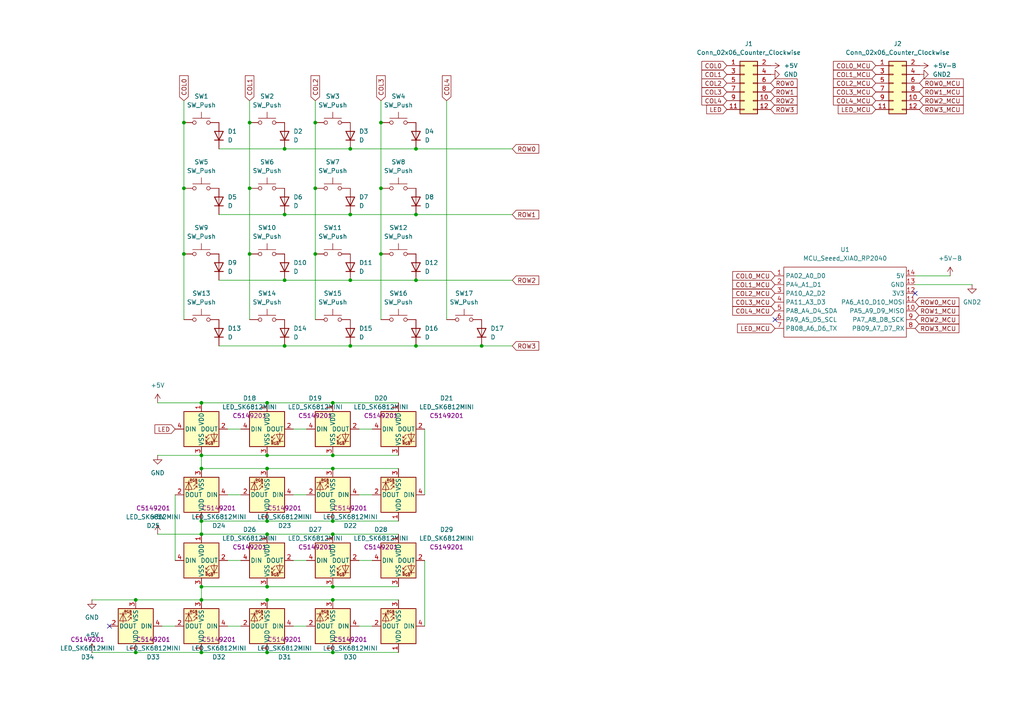
<source format=kicad_sch>
(kicad_sch (version 20250114) (generator "eeschema") (generator_version "9.0")
  (paper "A4")
  (lib_symbols
    (symbol "Connector_Generic:Conn_02x06_Odd_Even" (pin_names (offset 1.016) (hide yes))
      (property "Reference" "J" (at 1.27 7.62 0))
      (property "Value" "Conn_02x06_Odd_Even" (at 1.27 -10.16 0))
      (symbol "Conn_02x06_Odd_Even_1_1"
        (rectangle (start -1.27 6.35) (end 3.81 -8.89) (stroke (width 0.254)) (fill (type background)))
        (rectangle (start -1.27 5.207) (end 0 4.953) (stroke (width 0.1524)))
        (rectangle (start -1.27 2.667) (end 0 2.413) (stroke (width 0.1524)))
        (rectangle (start -1.27 0.127) (end 0 -0.127) (stroke (width 0.1524)))
        (rectangle (start -1.27 -2.413) (end 0 -2.667) (stroke (width 0.1524)))
        (rectangle (start -1.27 -4.953) (end 0 -5.207) (stroke (width 0.1524)))
        (rectangle (start -1.27 -7.493) (end 0 -7.747) (stroke (width 0.1524)))
        (rectangle (start 3.81 5.207) (end 2.54 4.953) (stroke (width 0.1524)))
        (rectangle (start 3.81 2.667) (end 2.54 2.413) (stroke (width 0.1524)))
        (rectangle (start 3.81 0.127) (end 2.54 -0.127) (stroke (width 0.1524)))
        (rectangle (start 3.81 -2.413) (end 2.54 -2.667) (stroke (width 0.1524)))
        (rectangle (start 3.81 -4.953) (end 2.54 -5.207) (stroke (width 0.1524)))
        (rectangle (start 3.81 -7.493) (end 2.54 -7.747) (stroke (width 0.1524)))
        (pin passive line (at -5.08 5.08 0) (length 3.81) (name "Pin_1") (number "1"))
        (pin passive line (at -5.08 2.54 0) (length 3.81) (name "Pin_3") (number "3"))
        (pin passive line (at -5.08 0 0) (length 3.81) (name "Pin_5") (number "5"))
        (pin passive line (at -5.08 -2.54 0) (length 3.81) (name "Pin_7") (number "7"))
        (pin passive line (at -5.08 -5.08 0) (length 3.81) (name "Pin_9") (number "9"))
        (pin passive line (at -5.08 -7.62 0) (length 3.81) (name "Pin_11") (number "11"))
        (pin passive line (at 7.62 5.08 180) (length 3.81) (name "Pin_2") (number "2"))
        (pin passive line (at 7.62 2.54 180) (length 3.81) (name "Pin_4") (number "4"))
        (pin passive line (at 7.62 0 180) (length 3.81) (name "Pin_6") (number "6"))
        (pin passive line (at 7.62 -2.54 180) (length 3.81) (name "Pin_8") (number "8"))
        (pin passive line (at 7.62 -5.08 180) (length 3.81) (name "Pin_10") (number "10"))
        (pin passive line (at 7.62 -7.62 180) (length 3.81) (name "Pin_12") (number "12"))
      )
    )
    (symbol "Device:D" (pin_numbers (hide yes)) (pin_names (offset 1.016) (hide yes))
      (property "Reference" "D" (at 0 2.54 0))
      (property "Value" "D" (at 0 -2.54 0))
      (symbol "D_0_1"
        (polyline (pts (xy -1.27 1.27) (xy -1.27 -1.27)) (stroke (width 0.254)))
        (polyline (pts (xy 1.27 1.27) (xy 1.27 -1.27) (xy -1.27 0) (xy 1.27 1.27)) (stroke (width 0.254)))
        (polyline (pts (xy 1.27 0) (xy -1.27 0)))
      )
      (symbol "D_1_1"
        (pin passive line (at -3.81 0 0) (length 2.54) (name "K") (number "1"))
        (pin passive line (at 3.81 0 180) (length 2.54) (name "A") (number "2"))
      )
    )
    (symbol "ScottoKeebs:LED_SK6812MINI" (pin_names (offset 0.254))
      (property "Reference" "D" (at 2.032 5.588 0))
      (property "Value" "LED_SK6812MINI" (at 1.27 -5.715 0))
      (property "LCSC" "C5149201" (at 0 0 0))
      (symbol "LED_SK6812MINI_0_0"
        (text "RGB" (at 2.286 -4.191 0) (effects (font (size 0.762 0.762))))
      )
      (symbol "LED_SK6812MINI_0_1"
        (rectangle (start -5.08 5.08) (end 5.08 -5.08) (stroke (width 0.254)) (fill (type background)))
        (polyline (pts (xy 1.27 -2.54) (xy 1.778 -2.54)))
        (polyline (pts (xy 1.27 -3.556) (xy 1.778 -3.556)))
        (polyline (pts (xy 2.286 -1.524) (xy 1.27 -2.54) (xy 1.27 -2.032)))
        (polyline (pts (xy 2.286 -2.54) (xy 1.27 -3.556) (xy 1.27 -3.048)))
        (polyline (pts (xy 3.683 -1.016) (xy 3.683 -3.556) (xy 3.683 -4.064)))
        (polyline (pts (xy 4.699 -1.524) (xy 2.667 -1.524) (xy 3.683 -3.556) (xy 4.699 -1.524)))
        (polyline (pts (xy 4.699 -3.556) (xy 2.667 -3.556)))
      )
      (symbol "LED_SK6812MINI_1_1"
        (pin input line (at -7.62 0 0) (length 2.54) (name "DIN") (number "4"))
        (pin power_in line (at 0 7.62 270) (length 2.54) (name "VDD") (number "1"))
        (pin power_in line (at 0 -7.62 90) (length 2.54) (name "VSS") (number "3"))
        (pin output line (at 7.62 0 180) (length 2.54) (name "DOUT") (number "2"))
      )
    )
    (symbol "ScottoKeebs:MCU_Seeed_XIAO_RP2040"
      (property "Reference" "U" (at -16.51 11.43 0))
      (property "Value" "MCU_Seeed_XIAO_RP2040" (at -3.81 -11.43 0))
      (symbol "MCU_Seeed_XIAO_RP2040_0_1"
        (rectangle (start -16.51 10.16) (end 19.05 -10.16))
      )
      (symbol "MCU_Seeed_XIAO_RP2040_1_1"
        (pin passive line (at -19.05 7.62 0) (length 2.54) (name "PA02_A0_D0") (number "1"))
        (pin passive line (at -19.05 5.08 0) (length 2.54) (name "PA4_A1_D1") (number "2"))
        (pin passive line (at -19.05 2.54 0) (length 2.54) (name "PA10_A2_D2") (number "3"))
        (pin passive line (at -19.05 0 0) (length 2.54) (name "PA11_A3_D3") (number "4"))
        (pin passive line (at -19.05 -2.54 0) (length 2.54) (name "PA8_A4_D4_SDA") (number "5"))
        (pin passive line (at -19.05 -5.08 0) (length 2.54) (name "PA9_A5_D5_SCL") (number "6"))
        (pin passive line (at -19.05 -7.62 0) (length 2.54) (name "PB08_A6_D6_TX") (number "7"))
        (pin passive line (at 21.59 7.62 180) (length 2.54) (name "5V") (number "14"))
        (pin passive line (at 21.59 5.08 180) (length 2.54) (name "GND") (number "13"))
        (pin passive line (at 21.59 2.54 180) (length 2.54) (name "3V3") (number "12"))
        (pin passive line (at 21.59 0 180) (length 2.54) (name "PA6_A10_D10_MOSI") (number "11"))
        (pin passive line (at 21.59 -2.54 180) (length 2.54) (name "PA5_A9_D9_MISO") (number "10"))
        (pin passive line (at 21.59 -5.08 180) (length 2.54) (name "PA7_A8_D8_SCK") (number "9"))
        (pin passive line (at 21.59 -7.62 180) (length 2.54) (name "PB09_A7_D7_RX") (number "8"))
      )
    )
    (symbol "Switch:SW_Push" (pin_numbers (hide yes)) (pin_names (offset 1.016) (hide yes))
      (property "Reference" "SW" (at 1.27 2.54 0))
      (property "Value" "SW_Push" (at 0 -1.524 0))
      (symbol "SW_Push_0_1"
        (circle (center -2.032 0) (radius 0.508))
        (polyline (pts (xy 0 1.27) (xy 0 3.048)))
        (circle (center 2.032 0) (radius 0.508))
        (polyline (pts (xy 2.54 1.27) (xy -2.54 1.27)))
        (pin passive line (at -5.08 0 0) (length 2.54) (name "1") (number "1"))
        (pin passive line (at 5.08 0 180) (length 2.54) (name "2") (number "2"))
      )
    )
    (symbol "power:+5V" (power) (pin_numbers (hide yes)) (pin_names (offset 0) (hide yes))
      (property "Value" "+5V" (at 0 3.556 0))
      (symbol "+5V_0_1"
        (polyline (pts (xy -0.762 1.27) (xy 0 2.54)))
        (polyline (pts (xy 0 2.54) (xy 0.762 1.27)))
        (polyline (pts (xy 0 0) (xy 0 2.54)))
      )
      (symbol "+5V_1_1"
        (pin power_in line (at 0 0 90) (length 0) (name "~") (number "1"))
      )
    )
    (symbol "power:GND" (power) (pin_numbers (hide yes)) (pin_names (offset 0) (hide yes))
      (property "Value" "GND" (at 0 -3.81 0))
      (symbol "GND_0_1"
        (polyline (pts (xy 0 0) (xy 0 -1.27) (xy 1.27 -1.27) (xy 0 -2.54) (xy -1.27 -1.27) (xy 0 -1.27)))
      )
      (symbol "GND_1_1"
        (pin power_in line (at 0 0 270) (length 0) (name "~") (number "1"))
      )
    )
    (symbol "power:GND2" (power) (pin_numbers (hide yes)) (pin_names (offset 0) (hide yes))
      (property "Value" "GND2" (at 0 -3.81 0))
      (symbol "GND2_0_1"
        (polyline (pts (xy 0 0) (xy 0 -1.27) (xy 1.27 -1.27) (xy 0 -2.54) (xy -1.27 -1.27) (xy 0 -1.27)))
      )
      (symbol "GND2_1_1"
        (pin power_in line (at 0 0 270) (length 0) (name "~") (number "1"))
      )
    )
  )
  (junction (at 39.37 189.23))
  (junction (at 77.47 189.23))
  (junction (at 72.39 73.66))
  (junction (at 96.52 132.08))
  (junction (at 82.55 62.23))
  (junction (at 58.42 173.99))
  (junction (at 120.65 62.23))
  (junction (at 77.47 116.84))
  (junction (at 72.39 35.56))
  (junction (at 58.42 132.08))
  (junction (at 96.52 154.94))
  (junction (at 58.42 189.23))
  (junction (at 77.47 170.18))
  (junction (at 82.55 100.33))
  (junction (at 39.37 173.99))
  (junction (at 53.34 35.56))
  (junction (at 53.34 54.61))
  (junction (at 96.52 170.18))
  (junction (at 110.49 54.61))
  (junction (at 82.55 81.28))
  (junction (at 110.49 73.66))
  (junction (at 58.42 170.18))
  (junction (at 58.42 116.84))
  (junction (at 139.7 100.33))
  (junction (at 72.39 54.61))
  (junction (at 82.55 43.18))
  (junction (at 101.6 43.18))
  (junction (at 110.49 35.56))
  (junction (at 77.47 154.94))
  (junction (at 96.52 173.99))
  (junction (at 96.52 189.23))
  (junction (at 120.65 100.33))
  (junction (at 120.65 81.28))
  (junction (at 101.6 100.33))
  (junction (at 77.47 135.89))
  (junction (at 77.47 132.08))
  (junction (at 120.65 43.18))
  (junction (at 91.44 35.56))
  (junction (at 58.42 154.94))
  (junction (at 96.52 116.84))
  (junction (at 77.47 173.99))
  (junction (at 58.42 135.89))
  (junction (at 58.42 151.13))
  (junction (at 96.52 135.89))
  (junction (at 96.52 151.13))
  (junction (at 101.6 81.28))
  (junction (at 91.44 73.66))
  (junction (at 53.34 73.66))
  (junction (at 101.6 62.23))
  (junction (at 91.44 54.61))
  (junction (at 77.47 151.13))
  (no_connect (at 31.75 181.61))
  (no_connect (at 224.79 92.71))
  (no_connect (at 265.43 85.09))
  (wire (pts (xy 96.52 154.94) (xy 115.57 154.94)))
  (wire (pts (xy 96.52 116.84) (xy 115.57 116.84)))
  (wire (pts (xy 82.55 62.23) (xy 101.6 62.23)))
  (wire (pts (xy 66.04 143.51) (xy 69.85 143.51)))
  (wire (pts (xy 58.42 135.89) (xy 77.47 135.89)))
  (wire (pts (xy 120.65 43.18) (xy 148.59 43.18)))
  (wire (pts (xy 265.43 80.01) (xy 275.59 80.01)))
  (wire (pts (xy 63.5 43.18) (xy 82.55 43.18)))
  (wire (pts (xy 129.54 29.21) (xy 129.54 92.71)))
  (wire (pts (xy 96.52 132.08) (xy 115.57 132.08)))
  (wire (pts (xy 110.49 73.66) (xy 110.49 92.71)))
  (wire (pts (xy 58.42 151.13) (xy 58.42 154.94)))
  (wire (pts (xy 85.09 162.56) (xy 88.9 162.56)))
  (wire (pts (xy 96.52 189.23) (xy 115.57 189.23)))
  (wire (pts (xy 265.43 82.55) (xy 281.94 82.55)))
  (wire (pts (xy 72.39 35.56) (xy 72.39 54.61)))
  (wire (pts (xy 96.52 173.99) (xy 115.57 173.99)))
  (wire (pts (xy 120.65 100.33) (xy 139.7 100.33)))
  (wire (pts (xy 110.49 29.21) (xy 110.49 35.56)))
  (wire (pts (xy 39.37 189.23) (xy 58.42 189.23)))
  (wire (pts (xy 82.55 81.28) (xy 101.6 81.28)))
  (wire (pts (xy 104.14 124.46) (xy 107.95 124.46)))
  (wire (pts (xy 77.47 173.99) (xy 96.52 173.99)))
  (wire (pts (xy 82.55 43.18) (xy 101.6 43.18)))
  (wire (pts (xy 104.14 143.51) (xy 107.95 143.51)))
  (wire (pts (xy 58.42 173.99) (xy 77.47 173.99)))
  (wire (pts (xy 77.47 151.13) (xy 96.52 151.13)))
  (wire (pts (xy 58.42 151.13) (xy 77.47 151.13)))
  (wire (pts (xy 53.34 54.61) (xy 53.34 73.66)))
  (wire (pts (xy 85.09 143.51) (xy 88.9 143.51)))
  (wire (pts (xy 66.04 181.61) (xy 69.85 181.61)))
  (wire (pts (xy 120.65 62.23) (xy 148.59 62.23)))
  (wire (pts (xy 58.42 132.08) (xy 58.42 135.89)))
  (wire (pts (xy 63.5 100.33) (xy 82.55 100.33)))
  (wire (pts (xy 50.8 143.51) (xy 50.8 162.56)))
  (wire (pts (xy 120.65 81.28) (xy 148.59 81.28)))
  (wire (pts (xy 77.47 135.89) (xy 96.52 135.89)))
  (wire (pts (xy 39.37 173.99) (xy 58.42 173.99)))
  (wire (pts (xy 72.39 29.21) (xy 72.39 35.56)))
  (wire (pts (xy 66.04 162.56) (xy 69.85 162.56)))
  (wire (pts (xy 66.04 124.46) (xy 69.85 124.46)))
  (wire (pts (xy 45.72 116.84) (xy 58.42 116.84)))
  (wire (pts (xy 110.49 35.56) (xy 110.49 54.61)))
  (wire (pts (xy 77.47 116.84) (xy 96.52 116.84)))
  (wire (pts (xy 91.44 29.21) (xy 91.44 35.56)))
  (wire (pts (xy 77.47 132.08) (xy 96.52 132.08)))
  (wire (pts (xy 96.52 135.89) (xy 115.57 135.89)))
  (wire (pts (xy 101.6 43.18) (xy 120.65 43.18)))
  (wire (pts (xy 72.39 54.61) (xy 72.39 73.66)))
  (wire (pts (xy 85.09 124.46) (xy 88.9 124.46)))
  (wire (pts (xy 53.34 35.56) (xy 53.34 54.61)))
  (wire (pts (xy 96.52 170.18) (xy 115.57 170.18)))
  (wire (pts (xy 63.5 81.28) (xy 82.55 81.28)))
  (wire (pts (xy 101.6 100.33) (xy 120.65 100.33)))
  (wire (pts (xy 72.39 73.66) (xy 72.39 92.71)))
  (wire (pts (xy 58.42 170.18) (xy 77.47 170.18)))
  (wire (pts (xy 104.14 162.56) (xy 107.95 162.56)))
  (wire (pts (xy 53.34 29.21) (xy 53.34 35.56)))
  (wire (pts (xy 58.42 170.18) (xy 58.42 173.99)))
  (wire (pts (xy 91.44 54.61) (xy 91.44 73.66)))
  (wire (pts (xy 58.42 132.08) (xy 77.47 132.08)))
  (wire (pts (xy 77.47 154.94) (xy 96.52 154.94)))
  (wire (pts (xy 101.6 62.23) (xy 120.65 62.23)))
  (wire (pts (xy 91.44 35.56) (xy 91.44 54.61)))
  (wire (pts (xy 77.47 170.18) (xy 96.52 170.18)))
  (wire (pts (xy 58.42 189.23) (xy 77.47 189.23)))
  (wire (pts (xy 104.14 181.61) (xy 107.95 181.61)))
  (wire (pts (xy 110.49 54.61) (xy 110.49 73.66)))
  (wire (pts (xy 77.47 189.23) (xy 96.52 189.23)))
  (wire (pts (xy 96.52 151.13) (xy 115.57 151.13)))
  (wire (pts (xy 26.67 189.23) (xy 39.37 189.23)))
  (wire (pts (xy 53.34 73.66) (xy 53.34 92.71)))
  (wire (pts (xy 123.19 124.46) (xy 123.19 143.51)))
  (wire (pts (xy 82.55 100.33) (xy 101.6 100.33)))
  (wire (pts (xy 91.44 73.66) (xy 91.44 92.71)))
  (wire (pts (xy 46.99 181.61) (xy 50.8 181.61)))
  (wire (pts (xy 58.42 116.84) (xy 77.47 116.84)))
  (wire (pts (xy 85.09 181.61) (xy 88.9 181.61)))
  (wire (pts (xy 63.5 62.23) (xy 82.55 62.23)))
  (wire (pts (xy 26.67 173.99) (xy 39.37 173.99)))
  (wire (pts (xy 45.72 132.08) (xy 58.42 132.08)))
  (wire (pts (xy 139.7 100.33) (xy 148.59 100.33)))
  (wire (pts (xy 45.72 154.94) (xy 58.42 154.94)))
  (wire (pts (xy 101.6 81.28) (xy 120.65 81.28)))
  (wire (pts (xy 123.19 162.56) (xy 123.19 181.61)))
  (wire (pts (xy 58.42 154.94) (xy 77.47 154.94)))
  (global_label "COL3_MCU" (shape input) (at 254 26.67 180) (property "Intersheetrefs" "${INTERSHEET_REFS}" (effects (hide yes))))
  (global_label "COL2_MCU" (shape input) (at 224.79 85.09 180) (property "Intersheetrefs" "${INTERSHEET_REFS}" (effects (hide yes))))
  (global_label "COL3" (shape input) (at 110.49 29.21 90) (property "Intersheetrefs" "${INTERSHEET_REFS}" (effects (hide yes))))
  (global_label "COL2" (shape input) (at 210.82 24.13 180) (property "Intersheetrefs" "${INTERSHEET_REFS}" (effects (hide yes))))
  (global_label "COL4_MCU" (shape input) (at 224.79 90.17 180) (property "Intersheetrefs" "${INTERSHEET_REFS}" (effects (hide yes))))
  (global_label "ROW1_MCU" (shape input) (at 265.43 90.17 0) (property "Intersheetrefs" "${INTERSHEET_REFS}" (effects (hide yes))))
  (global_label "COL0" (shape input) (at 53.34 29.21 90) (property "Intersheetrefs" "${INTERSHEET_REFS}" (effects (hide yes))))
  (global_label "ROW3_MCU" (shape input) (at 265.43 95.25 0) (property "Intersheetrefs" "${INTERSHEET_REFS}" (effects (hide yes))))
  (global_label "ROW0" (shape input) (at 148.59 43.18 0) (property "Intersheetrefs" "${INTERSHEET_REFS}" (effects (hide yes))))
  (global_label "ROW1" (shape input) (at 223.52 26.67 0) (property "Intersheetrefs" "${INTERSHEET_REFS}" (effects (hide yes))))
  (global_label "ROW0_MCU" (shape input) (at 266.7 24.13 0) (property "Intersheetrefs" "${INTERSHEET_REFS}" (effects (hide yes))))
  (global_label "LED_MCU" (shape input) (at 254 31.75 180) (property "Intersheetrefs" "${INTERSHEET_REFS}" (effects (hide yes))))
  (global_label "COL2" (shape input) (at 91.44 29.21 90) (property "Intersheetrefs" "${INTERSHEET_REFS}" (effects (hide yes))))
  (global_label "ROW1" (shape input) (at 148.59 62.23 0) (property "Intersheetrefs" "${INTERSHEET_REFS}" (effects (hide yes))))
  (global_label "COL4_MCU" (shape input) (at 254 29.21 180) (property "Intersheetrefs" "${INTERSHEET_REFS}" (effects (hide yes))))
  (global_label "LED_MCU" (shape input) (at 224.79 95.25 180) (property "Intersheetrefs" "${INTERSHEET_REFS}" (effects (hide yes))))
  (global_label "ROW3" (shape input) (at 148.59 100.33 0) (property "Intersheetrefs" "${INTERSHEET_REFS}" (effects (hide yes))))
  (global_label "ROW2_MCU" (shape input) (at 265.43 92.71 0) (property "Intersheetrefs" "${INTERSHEET_REFS}" (effects (hide yes))))
  (global_label "COL1_MCU" (shape input) (at 224.79 82.55 180) (property "Intersheetrefs" "${INTERSHEET_REFS}" (effects (hide yes))))
  (global_label "COL3" (shape input) (at 210.82 26.67 180) (property "Intersheetrefs" "${INTERSHEET_REFS}" (effects (hide yes))))
  (global_label "LED" (shape input) (at 50.8 124.46 180) (property "Intersheetrefs" "${INTERSHEET_REFS}" (effects (hide yes))))
  (global_label "ROW2_MCU" (shape input) (at 266.7 29.21 0) (property "Intersheetrefs" "${INTERSHEET_REFS}" (effects (hide yes))))
  (global_label "COL2_MCU" (shape input) (at 254 24.13 180) (property "Intersheetrefs" "${INTERSHEET_REFS}" (effects (hide yes))))
  (global_label "COL1_MCU" (shape input) (at 254 21.59 180) (property "Intersheetrefs" "${INTERSHEET_REFS}" (effects (hide yes))))
  (global_label "COL0" (shape input) (at 210.82 19.05 180) (property "Intersheetrefs" "${INTERSHEET_REFS}" (effects (hide yes))))
  (global_label "COL3_MCU" (shape input) (at 224.79 87.63 180) (property "Intersheetrefs" "${INTERSHEET_REFS}" (effects (hide yes))))
  (global_label "COL0_MCU" (shape input) (at 254 19.05 180) (property "Intersheetrefs" "${INTERSHEET_REFS}" (effects (hide yes))))
  (global_label "LED" (shape input) (at 210.82 31.75 180) (property "Intersheetrefs" "${INTERSHEET_REFS}" (effects (hide yes))))
  (global_label "ROW0_MCU" (shape input) (at 265.43 87.63 0) (property "Intersheetrefs" "${INTERSHEET_REFS}" (effects (hide yes))))
  (global_label "COL1" (shape input) (at 72.39 29.21 90) (property "Intersheetrefs" "${INTERSHEET_REFS}" (effects (hide yes))))
  (global_label "COL4" (shape input) (at 210.82 29.21 180) (property "Intersheetrefs" "${INTERSHEET_REFS}" (effects (hide yes))))
  (global_label "ROW2" (shape input) (at 148.59 81.28 0) (property "Intersheetrefs" "${INTERSHEET_REFS}" (effects (hide yes))))
  (global_label "ROW0" (shape input) (at 223.52 24.13 0) (property "Intersheetrefs" "${INTERSHEET_REFS}" (effects (hide yes))))
  (global_label "COL4" (shape input) (at 129.54 29.21 90) (property "Intersheetrefs" "${INTERSHEET_REFS}" (effects (hide yes))))
  (global_label "ROW3" (shape input) (at 223.52 31.75 0) (property "Intersheetrefs" "${INTERSHEET_REFS}" (effects (hide yes))))
  (global_label "ROW2" (shape input) (at 223.52 29.21 0) (property "Intersheetrefs" "${INTERSHEET_REFS}" (effects (hide yes))))
  (global_label "ROW3_MCU" (shape input) (at 266.7 31.75 0) (property "Intersheetrefs" "${INTERSHEET_REFS}" (effects (hide yes))))
  (global_label "ROW1_MCU" (shape input) (at 266.7 26.67 0) (property "Intersheetrefs" "${INTERSHEET_REFS}" (effects (hide yes))))
  (global_label "COL1" (shape input) (at 210.82 21.59 180) (property "Intersheetrefs" "${INTERSHEET_REFS}" (effects (hide yes))))
  (global_label "COL0_MCU" (shape input) (at 224.79 80.01 180) (property "Intersheetrefs" "${INTERSHEET_REFS}" (effects (hide yes))))
  (symbol (lib_id "ScottoKeebs:LED_SK6812MINI") (at 96.52 162.56 0) (unit 1)
    (property "Reference" "D28" (at 110.49 153.5998 0))
    (property "Value" "LED_SK6812MINI" (at 110.49 156.1398 0))
    (property "Footprint" "ScottoKeebs_Components:LED_SK6812MINI" (effects (hide yes)))
    (property "Datasheet" "https://cdn-shop.adafruit.com/product-files/2686/SK6812MINI_REV.01-1-2.pdf" (effects (hide yes)))
    (property "Description" "RGB LED with integrated controller" (effects (hide yes)))
    (property "LCSC" "C5149201" (at 110.49 158.6798 0))
  )
  (symbol (lib_id "Device:D") (at 120.65 39.37 90) (unit 1)
    (property "Reference" "D4" (at 123.19 38.0999 90) (effects (justify right)))
    (property "Value" "D" (at 123.19 40.6399 90) (effects (justify right)))
    (property "Footprint" "Diode_THT:D_DO-35_SOD27_P7.62mm_Horizontal" (effects (hide yes)))
    (property "Description" "Diode" (effects (hide yes)))
    (property "Sim.Device" "D" (effects (hide yes)))
    (property "Sim.Pins" "1=K 2=A" (effects (hide yes)))
  )
  (symbol (lib_id "power:+5V") (at 26.67 189.23 0) (unit 1)
    (property "Reference" "#PWR05" (effects (hide yes)))
    (property "Value" "+5V" (at 26.67 184.15 0))
    (property "Description" "Power symbol creates a global label with name \"+5V\"" (effects (hide yes)))
  )
  (symbol (lib_id "power:GND") (at 223.52 21.59 90) (unit 1)
    (property "Reference" "#PWR09" (effects (hide yes)))
    (property "Value" "GND" (at 227.33 21.5899 90) (effects (justify right)))
    (property "Description" "Power symbol creates a global label with name \"GND\" , ground" (effects (hide yes)))
  )
  (symbol (lib_id "ScottoKeebs:LED_SK6812MINI") (at 58.42 181.61 180) (unit 1)
    (property "Reference" "D33" (at 44.45 190.5702 0))
    (property "Value" "LED_SK6812MINI" (at 44.45 188.0302 0))
    (property "Footprint" "ScottoKeebs_Components:LED_SK6812MINI" (effects (hide yes)))
    (property "Datasheet" "https://cdn-shop.adafruit.com/product-files/2686/SK6812MINI_REV.01-1-2.pdf" (effects (hide yes)))
    (property "Description" "RGB LED with integrated controller" (effects (hide yes)))
    (property "LCSC" "C5149201" (at 44.45 185.4902 0))
  )
  (symbol (lib_id "Switch:SW_Push") (at 96.52 35.56 0) (unit 1)
    (property "Reference" "SW3" (at 96.52 27.94 0))
    (property "Value" "SW_Push" (at 96.52 30.48 0))
    (property "Footprint" "ScottoKeebs_MX:MX_PCB_1.00u" (effects (hide yes)))
    (property "Description" "Push button switch, generic, two pins" (effects (hide yes)))
  )
  (symbol (lib_id "Connector_Generic:Conn_02x06_Odd_Even") (at 259.08 24.13 0) (unit 1)
    (property "Reference" "J2" (at 260.35 12.7 0))
    (property "Value" "Conn_02x06_Counter_Clockwise" (at 260.35 15.24 0))
    (property "Footprint" "Connector_PinHeader_2.54mm:PinHeader_2x06_P2.54mm_Vertical" (effects (hide yes)))
    (property "Description" "Generic connector, double row, 02x06, odd/even pin numbering scheme (row 1 odd numbers, row 2 even numbers), script generated (kicad-library-utils/schlib/autogen/connector/)" (effects (hide yes)))
  )
  (symbol (lib_id "Switch:SW_Push") (at 96.52 54.61 0) (unit 1)
    (property "Reference" "SW7" (at 96.52 46.99 0))
    (property "Value" "SW_Push" (at 96.52 49.53 0))
    (property "Footprint" "ScottoKeebs_MX:MX_PCB_1.00u" (effects (hide yes)))
    (property "Description" "Push button switch, generic, two pins" (effects (hide yes)))
  )
  (symbol (lib_id "power:GND") (at 26.67 173.99 0) (unit 1)
    (property "Reference" "#PWR03" (effects (hide yes)))
    (property "Value" "GND" (at 26.67 179.07 0))
    (property "Description" "Power symbol creates a global label with name \"GND\" , ground" (effects (hide yes)))
  )
  (symbol (lib_id "Switch:SW_Push") (at 77.47 54.61 0) (unit 1)
    (property "Reference" "SW6" (at 77.47 46.99 0))
    (property "Value" "SW_Push" (at 77.47 49.53 0))
    (property "Footprint" "ScottoKeebs_MX:MX_PCB_1.00u" (effects (hide yes)))
    (property "Description" "Push button switch, generic, two pins" (effects (hide yes)))
  )
  (symbol (lib_id "Device:D") (at 82.55 96.52 90) (unit 1)
    (property "Reference" "D14" (at 85.09 95.2499 90) (effects (justify right)))
    (property "Value" "D" (at 85.09 97.7899 90) (effects (justify right)))
    (property "Footprint" "Diode_THT:D_DO-35_SOD27_P7.62mm_Horizontal" (effects (hide yes)))
    (property "Description" "Diode" (effects (hide yes)))
    (property "Sim.Device" "D" (effects (hide yes)))
    (property "Sim.Pins" "1=K 2=A" (effects (hide yes)))
  )
  (symbol (lib_id "ScottoKeebs:LED_SK6812MINI") (at 58.42 143.51 180) (unit 1)
    (property "Reference" "D25" (at 44.45 152.4702 0))
    (property "Value" "LED_SK6812MINI" (at 44.45 149.9302 0))
    (property "Footprint" "ScottoKeebs_Components:LED_SK6812MINI" (effects (hide yes)))
    (property "Datasheet" "https://cdn-shop.adafruit.com/product-files/2686/SK6812MINI_REV.01-1-2.pdf" (effects (hide yes)))
    (property "Description" "RGB LED with integrated controller" (effects (hide yes)))
    (property "LCSC" "C5149201" (at 44.45 147.3902 0))
  )
  (symbol (lib_id "Switch:SW_Push") (at 115.57 92.71 0) (unit 1)
    (property "Reference" "SW16" (at 115.57 85.09 0))
    (property "Value" "SW_Push" (at 115.57 87.63 0))
    (property "Footprint" "ScottoKeebs_MX:MX_PCB_1.00u" (effects (hide yes)))
    (property "Description" "Push button switch, generic, two pins" (effects (hide yes)))
  )
  (symbol (lib_id "Switch:SW_Push") (at 77.47 92.71 0) (unit 1)
    (property "Reference" "SW14" (at 77.47 85.09 0))
    (property "Value" "SW_Push" (at 77.47 87.63 0))
    (property "Footprint" "ScottoKeebs_MX:MX_PCB_1.00u" (effects (hide yes)))
    (property "Description" "Push button switch, generic, two pins" (effects (hide yes)))
  )
  (symbol (lib_id "Device:D") (at 63.5 39.37 90) (unit 1)
    (property "Reference" "D1" (at 66.04 38.0999 90) (effects (justify right)))
    (property "Value" "D" (at 66.04 40.6399 90) (effects (justify right)))
    (property "Footprint" "Diode_THT:D_DO-35_SOD27_P7.62mm_Horizontal" (effects (hide yes)))
    (property "Description" "Diode" (effects (hide yes)))
    (property "Sim.Device" "D" (effects (hide yes)))
    (property "Sim.Pins" "1=K 2=A" (effects (hide yes)))
  )
  (symbol (lib_id "Switch:SW_Push") (at 115.57 54.61 0) (unit 1)
    (property "Reference" "SW8" (at 115.57 46.99 0))
    (property "Value" "SW_Push" (at 115.57 49.53 0))
    (property "Footprint" "ScottoKeebs_MX:MX_PCB_1.00u" (effects (hide yes)))
    (property "Description" "Push button switch, generic, two pins" (effects (hide yes)))
  )
  (symbol (lib_id "Device:D") (at 120.65 58.42 90) (unit 1)
    (property "Reference" "D8" (at 123.19 57.1499 90) (effects (justify right)))
    (property "Value" "D" (at 123.19 59.6899 90) (effects (justify right)))
    (property "Footprint" "Diode_THT:D_DO-35_SOD27_P7.62mm_Horizontal" (effects (hide yes)))
    (property "Description" "Diode" (effects (hide yes)))
    (property "Sim.Device" "D" (effects (hide yes)))
    (property "Sim.Pins" "1=K 2=A" (effects (hide yes)))
  )
  (symbol (lib_id "Device:D") (at 101.6 58.42 90) (unit 1)
    (property "Reference" "D7" (at 104.14 57.1499 90) (effects (justify right)))
    (property "Value" "D" (at 104.14 59.6899 90) (effects (justify right)))
    (property "Footprint" "Diode_THT:D_DO-35_SOD27_P7.62mm_Horizontal" (effects (hide yes)))
    (property "Description" "Diode" (effects (hide yes)))
    (property "Sim.Device" "D" (effects (hide yes)))
    (property "Sim.Pins" "1=K 2=A" (effects (hide yes)))
  )
  (symbol (lib_id "Switch:SW_Push") (at 58.42 54.61 0) (unit 1)
    (property "Reference" "SW5" (at 58.42 46.99 0))
    (property "Value" "SW_Push" (at 58.42 49.53 0))
    (property "Footprint" "ScottoKeebs_MX:MX_PCB_1.00u" (effects (hide yes)))
    (property "Description" "Push button switch, generic, two pins" (effects (hide yes)))
  )
  (symbol (lib_id "Device:D") (at 101.6 39.37 90) (unit 1)
    (property "Reference" "D3" (at 104.14 38.0999 90) (effects (justify right)))
    (property "Value" "D" (at 104.14 40.6399 90) (effects (justify right)))
    (property "Footprint" "Diode_THT:D_DO-35_SOD27_P7.62mm_Horizontal" (effects (hide yes)))
    (property "Description" "Diode" (effects (hide yes)))
    (property "Sim.Device" "D" (effects (hide yes)))
    (property "Sim.Pins" "1=K 2=A" (effects (hide yes)))
  )
  (symbol (lib_id "Switch:SW_Push") (at 77.47 73.66 0) (unit 1)
    (property "Reference" "SW10" (at 77.47 66.04 0))
    (property "Value" "SW_Push" (at 77.47 68.58 0))
    (property "Footprint" "ScottoKeebs_MX:MX_PCB_1.00u" (effects (hide yes)))
    (property "Description" "Push button switch, generic, two pins" (effects (hide yes)))
  )
  (symbol (lib_id "ScottoKeebs:LED_SK6812MINI") (at 96.52 143.51 180) (unit 1)
    (property "Reference" "D23" (at 82.55 152.4702 0))
    (property "Value" "LED_SK6812MINI" (at 82.55 149.9302 0))
    (property "Footprint" "ScottoKeebs_Components:LED_SK6812MINI" (effects (hide yes)))
    (property "Datasheet" "https://cdn-shop.adafruit.com/product-files/2686/SK6812MINI_REV.01-1-2.pdf" (effects (hide yes)))
    (property "Description" "RGB LED with integrated controller" (effects (hide yes)))
    (property "LCSC" "C5149201" (at 82.55 147.3902 0))
  )
  (symbol (lib_id "ScottoKeebs:LED_SK6812MINI") (at 58.42 162.56 0) (unit 1)
    (property "Reference" "D26" (at 72.39 153.5998 0))
    (property "Value" "LED_SK6812MINI" (at 72.39 156.1398 0))
    (property "Footprint" "ScottoKeebs_Components:LED_SK6812MINI" (effects (hide yes)))
    (property "Datasheet" "https://cdn-shop.adafruit.com/product-files/2686/SK6812MINI_REV.01-1-2.pdf" (effects (hide yes)))
    (property "Description" "RGB LED with integrated controller" (effects (hide yes)))
    (property "LCSC" "C5149201" (at 72.39 158.6798 0))
  )
  (symbol (lib_id "ScottoKeebs:LED_SK6812MINI") (at 115.57 143.51 180) (unit 1)
    (property "Reference" "D22" (at 101.6 152.4702 0))
    (property "Value" "LED_SK6812MINI" (at 101.6 149.9302 0))
    (property "Footprint" "ScottoKeebs_Components:LED_SK6812MINI" (effects (hide yes)))
    (property "Datasheet" "https://cdn-shop.adafruit.com/product-files/2686/SK6812MINI_REV.01-1-2.pdf" (effects (hide yes)))
    (property "Description" "RGB LED with integrated controller" (effects (hide yes)))
    (property "LCSC" "C5149201" (at 101.6 147.3902 0))
  )
  (symbol (lib_id "Device:D") (at 120.65 77.47 90) (unit 1)
    (property "Reference" "D12" (at 123.19 76.1999 90) (effects (justify right)))
    (property "Value" "D" (at 123.19 78.7399 90) (effects (justify right)))
    (property "Footprint" "Diode_THT:D_DO-35_SOD27_P7.62mm_Horizontal" (effects (hide yes)))
    (property "Description" "Diode" (effects (hide yes)))
    (property "Sim.Device" "D" (effects (hide yes)))
    (property "Sim.Pins" "1=K 2=A" (effects (hide yes)))
  )
  (symbol (lib_id "Device:D") (at 82.55 77.47 90) (unit 1)
    (property "Reference" "D10" (at 85.09 76.1999 90) (effects (justify right)))
    (property "Value" "D" (at 85.09 78.7399 90) (effects (justify right)))
    (property "Footprint" "Diode_THT:D_DO-35_SOD27_P7.62mm_Horizontal" (effects (hide yes)))
    (property "Description" "Diode" (effects (hide yes)))
    (property "Sim.Device" "D" (effects (hide yes)))
    (property "Sim.Pins" "1=K 2=A" (effects (hide yes)))
  )
  (symbol (lib_id "power:+5V") (at 223.52 19.05 270) (unit 1)
    (property "Reference" "#PWR08" (effects (hide yes)))
    (property "Value" "+5V" (at 227.33 19.0499 90) (effects (justify left)))
    (property "Description" "Power symbol creates a global label with name \"+5V\"" (effects (hide yes)))
  )
  (symbol (lib_id "Switch:SW_Push") (at 58.42 35.56 0) (unit 1)
    (property "Reference" "SW1" (at 58.42 27.94 0))
    (property "Value" "SW_Push" (at 58.42 30.48 0))
    (property "Footprint" "ScottoKeebs_MX:MX_PCB_1.00u" (effects (hide yes)))
    (property "Description" "Push button switch, generic, two pins" (effects (hide yes)))
  )
  (symbol (lib_id "power:GND") (at 45.72 132.08 0) (unit 1)
    (property "Reference" "#PWR01" (effects (hide yes)))
    (property "Value" "GND" (at 45.72 137.16 0))
    (property "Description" "Power symbol creates a global label with name \"GND\" , ground" (effects (hide yes)))
  )
  (symbol (lib_id "Device:D") (at 82.55 39.37 90) (unit 1)
    (property "Reference" "D2" (at 85.09 38.0999 90) (effects (justify right)))
    (property "Value" "D" (at 85.09 40.6399 90) (effects (justify right)))
    (property "Footprint" "Diode_THT:D_DO-35_SOD27_P7.62mm_Horizontal" (effects (hide yes)))
    (property "Description" "Diode" (effects (hide yes)))
    (property "Sim.Device" "D" (effects (hide yes)))
    (property "Sim.Pins" "1=K 2=A" (effects (hide yes)))
  )
  (symbol (lib_id "ScottoKeebs:LED_SK6812MINI") (at 96.52 124.46 0) (unit 1)
    (property "Reference" "D20" (at 110.49 115.4998 0))
    (property "Value" "LED_SK6812MINI" (at 110.49 118.0398 0))
    (property "Footprint" "ScottoKeebs_Components:LED_SK6812MINI" (effects (hide yes)))
    (property "Datasheet" "https://cdn-shop.adafruit.com/product-files/2686/SK6812MINI_REV.01-1-2.pdf" (effects (hide yes)))
    (property "Description" "RGB LED with integrated controller" (effects (hide yes)))
    (property "LCSC" "C5149201" (at 110.49 120.5798 0))
  )
  (symbol (lib_id "ScottoKeebs:LED_SK6812MINI") (at 77.47 143.51 180) (unit 1)
    (property "Reference" "D24" (at 63.5 152.4702 0))
    (property "Value" "LED_SK6812MINI" (at 63.5 149.9302 0))
    (property "Footprint" "ScottoKeebs_Components:LED_SK6812MINI" (effects (hide yes)))
    (property "Datasheet" "https://cdn-shop.adafruit.com/product-files/2686/SK6812MINI_REV.01-1-2.pdf" (effects (hide yes)))
    (property "Description" "RGB LED with integrated controller" (effects (hide yes)))
    (property "LCSC" "C5149201" (at 63.5 147.3902 0))
  )
  (symbol (lib_id "ScottoKeebs:LED_SK6812MINI") (at 39.37 181.61 180) (unit 1)
    (property "Reference" "D34" (at 25.4 190.5702 0))
    (property "Value" "LED_SK6812MINI" (at 25.4 188.0302 0))
    (property "Footprint" "ScottoKeebs_Components:LED_SK6812MINI" (effects (hide yes)))
    (property "Datasheet" "https://cdn-shop.adafruit.com/product-files/2686/SK6812MINI_REV.01-1-2.pdf" (effects (hide yes)))
    (property "Description" "RGB LED with integrated controller" (effects (hide yes)))
    (property "LCSC" "C5149201" (at 25.4 185.4902 0))
  )
  (symbol (lib_id "ScottoKeebs:LED_SK6812MINI") (at 96.52 181.61 180) (unit 1)
    (property "Reference" "D31" (at 82.55 190.5702 0))
    (property "Value" "LED_SK6812MINI" (at 82.55 188.0302 0))
    (property "Footprint" "ScottoKeebs_Components:LED_SK6812MINI" (effects (hide yes)))
    (property "Datasheet" "https://cdn-shop.adafruit.com/product-files/2686/SK6812MINI_REV.01-1-2.pdf" (effects (hide yes)))
    (property "Description" "RGB LED with integrated controller" (effects (hide yes)))
    (property "LCSC" "C5149201" (at 82.55 185.4902 0))
  )
  (symbol (lib_id "Switch:SW_Push") (at 115.57 73.66 0) (unit 1)
    (property "Reference" "SW12" (at 115.57 66.04 0))
    (property "Value" "SW_Push" (at 115.57 68.58 0))
    (property "Footprint" "ScottoKeebs_MX:MX_PCB_1.00u" (effects (hide yes)))
    (property "Description" "Push button switch, generic, two pins" (effects (hide yes)))
  )
  (symbol (lib_id "Device:D") (at 120.65 96.52 90) (unit 1)
    (property "Reference" "D16" (at 123.19 95.2499 90) (effects (justify right)))
    (property "Value" "D" (at 123.19 97.7899 90) (effects (justify right)))
    (property "Footprint" "Diode_THT:D_DO-35_SOD27_P7.62mm_Horizontal" (effects (hide yes)))
    (property "Description" "Diode" (effects (hide yes)))
    (property "Sim.Device" "D" (effects (hide yes)))
    (property "Sim.Pins" "1=K 2=A" (effects (hide yes)))
  )
  (symbol (lib_id "Device:D") (at 101.6 77.47 90) (unit 1)
    (property "Reference" "D11" (at 104.14 76.1999 90) (effects (justify right)))
    (property "Value" "D" (at 104.14 78.7399 90) (effects (justify right)))
    (property "Footprint" "Diode_THT:D_DO-35_SOD27_P7.62mm_Horizontal" (effects (hide yes)))
    (property "Description" "Diode" (effects (hide yes)))
    (property "Sim.Device" "D" (effects (hide yes)))
    (property "Sim.Pins" "1=K 2=A" (effects (hide yes)))
  )
  (symbol (lib_id "ScottoKeebs:LED_SK6812MINI") (at 77.47 181.61 180) (unit 1)
    (property "Reference" "D32" (at 63.5 190.5702 0))
    (property "Value" "LED_SK6812MINI" (at 63.5 188.0302 0))
    (property "Footprint" "ScottoKeebs_Components:LED_SK6812MINI" (effects (hide yes)))
    (property "Datasheet" "https://cdn-shop.adafruit.com/product-files/2686/SK6812MINI_REV.01-1-2.pdf" (effects (hide yes)))
    (property "Description" "RGB LED with integrated controller" (effects (hide yes)))
    (property "LCSC" "C5149201" (at 63.5 185.4902 0))
  )
  (symbol (lib_id "ScottoKeebs:LED_SK6812MINI") (at 77.47 162.56 0) (unit 1)
    (property "Reference" "D27" (at 91.44 153.5998 0))
    (property "Value" "LED_SK6812MINI" (at 91.44 156.1398 0))
    (property "Footprint" "ScottoKeebs_Components:LED_SK6812MINI" (effects (hide yes)))
    (property "Datasheet" "https://cdn-shop.adafruit.com/product-files/2686/SK6812MINI_REV.01-1-2.pdf" (effects (hide yes)))
    (property "Description" "RGB LED with integrated controller" (effects (hide yes)))
    (property "LCSC" "C5149201" (at 91.44 158.6798 0))
  )
  (symbol (lib_id "ScottoKeebs:LED_SK6812MINI") (at 115.57 162.56 0) (unit 1)
    (property "Reference" "D29" (at 129.54 153.5998 0))
    (property "Value" "LED_SK6812MINI" (at 129.54 156.1398 0))
    (property "Footprint" "ScottoKeebs_Components:LED_SK6812MINI" (effects (hide yes)))
    (property "Datasheet" "https://cdn-shop.adafruit.com/product-files/2686/SK6812MINI_REV.01-1-2.pdf" (effects (hide yes)))
    (property "Description" "RGB LED with integrated controller" (effects (hide yes)))
    (property "LCSC" "C5149201" (at 129.54 158.6798 0))
  )
  (symbol (lib_id "Switch:SW_Push") (at 96.52 92.71 0) (unit 1)
    (property "Reference" "SW15" (at 96.52 85.09 0))
    (property "Value" "SW_Push" (at 96.52 87.63 0))
    (property "Footprint" "ScottoKeebs_MX:MX_PCB_1.00u" (effects (hide yes)))
    (property "Description" "Push button switch, generic, two pins" (effects (hide yes)))
  )
  (symbol (lib_id "power:+5V") (at 275.59 80.01 0) (unit 1)
    (property "Reference" "#PWR06" (effects (hide yes)))
    (property "Value" "+5V-B" (at 275.59 74.93 0))
    (property "Description" "Power symbol creates a global label with name \"+5V\"" (effects (hide yes)))
  )
  (symbol (lib_id "ScottoKeebs:LED_SK6812MINI") (at 115.57 181.61 180) (unit 1)
    (property "Reference" "D30" (at 101.6 190.5702 0))
    (property "Value" "LED_SK6812MINI" (at 101.6 188.0302 0))
    (property "Footprint" "ScottoKeebs_Components:LED_SK6812MINI" (effects (hide yes)))
    (property "Datasheet" "https://cdn-shop.adafruit.com/product-files/2686/SK6812MINI_REV.01-1-2.pdf" (effects (hide yes)))
    (property "Description" "RGB LED with integrated controller" (effects (hide yes)))
    (property "LCSC" "C5149201" (at 101.6 185.4902 0))
  )
  (symbol (lib_id "ScottoKeebs:MCU_Seeed_XIAO_RP2040") (at 243.84 87.63 0) (unit 1)
    (property "Reference" "U1" (at 245.11 72.39 0))
    (property "Value" "MCU_Seeed_XIAO_RP2040" (at 245.11 74.93 0))
    (property "Footprint" "custom:Seeed_XIAO_RP2040" (effects (hide yes)))
  )
  (symbol (lib_id "Switch:SW_Push") (at 58.42 92.71 0) (unit 1)
    (property "Reference" "SW13" (at 58.42 85.09 0))
    (property "Value" "SW_Push" (at 58.42 87.63 0))
    (property "Footprint" "ScottoKeebs_MX:MX_PCB_1.00u" (effects (hide yes)))
    (property "Description" "Push button switch, generic, two pins" (effects (hide yes)))
  )
  (symbol (lib_id "ScottoKeebs:LED_SK6812MINI") (at 115.57 124.46 0) (unit 1)
    (property "Reference" "D21" (at 129.54 115.4998 0))
    (property "Value" "LED_SK6812MINI" (at 129.54 118.0398 0))
    (property "Footprint" "ScottoKeebs_Components:LED_SK6812MINI" (effects (hide yes)))
    (property "Datasheet" "https://cdn-shop.adafruit.com/product-files/2686/SK6812MINI_REV.01-1-2.pdf" (effects (hide yes)))
    (property "Description" "RGB LED with integrated controller" (effects (hide yes)))
    (property "LCSC" "C5149201" (at 129.54 120.5798 0))
  )
  (symbol (lib_id "ScottoKeebs:LED_SK6812MINI") (at 58.42 124.46 0) (unit 1)
    (property "Reference" "D18" (at 72.39 115.4998 0))
    (property "Value" "LED_SK6812MINI" (at 72.39 118.0398 0))
    (property "Footprint" "ScottoKeebs_Components:LED_SK6812MINI" (effects (hide yes)))
    (property "Datasheet" "https://cdn-shop.adafruit.com/product-files/2686/SK6812MINI_REV.01-1-2.pdf" (effects (hide yes)))
    (property "Description" "RGB LED with integrated controller" (effects (hide yes)))
    (property "LCSC" "C5149201" (at 72.39 120.5798 0))
  )
  (symbol (lib_id "Switch:SW_Push") (at 58.42 73.66 0) (unit 1)
    (property "Reference" "SW9" (at 58.42 66.04 0))
    (property "Value" "SW_Push" (at 58.42 68.58 0))
    (property "Footprint" "ScottoKeebs_MX:MX_PCB_1.00u" (effects (hide yes)))
    (property "Description" "Push button switch, generic, two pins" (effects (hide yes)))
  )
  (symbol (lib_id "Switch:SW_Push") (at 134.62 92.71 0) (unit 1)
    (property "Reference" "SW17" (at 134.62 85.09 0))
    (property "Value" "SW_Push" (at 134.62 87.63 0))
    (property "Footprint" "ScottoKeebs_MX:MX_PCB_1.00u" (effects (hide yes)))
    (property "Description" "Push button switch, generic, two pins" (effects (hide yes)))
  )
  (symbol (lib_id "Device:D") (at 82.55 58.42 90) (unit 1)
    (property "Reference" "D6" (at 85.09 57.1499 90) (effects (justify right)))
    (property "Value" "D" (at 85.09 59.6899 90) (effects (justify right)))
    (property "Footprint" "Diode_THT:D_DO-35_SOD27_P7.62mm_Horizontal" (effects (hide yes)))
    (property "Description" "Diode" (effects (hide yes)))
    (property "Sim.Device" "D" (effects (hide yes)))
    (property "Sim.Pins" "1=K 2=A" (effects (hide yes)))
  )
  (symbol (lib_id "Device:D") (at 101.6 96.52 90) (unit 1)
    (property "Reference" "D15" (at 104.14 95.2499 90) (effects (justify right)))
    (property "Value" "D" (at 104.14 97.7899 90) (effects (justify right)))
    (property "Footprint" "Diode_THT:D_DO-35_SOD27_P7.62mm_Horizontal" (effects (hide yes)))
    (property "Description" "Diode" (effects (hide yes)))
    (property "Sim.Device" "D" (effects (hide yes)))
    (property "Sim.Pins" "1=K 2=A" (effects (hide yes)))
  )
  (symbol (lib_id "Device:D") (at 63.5 96.52 90) (unit 1)
    (property "Reference" "D13" (at 66.04 95.2499 90) (effects (justify right)))
    (property "Value" "D" (at 66.04 97.7899 90) (effects (justify right)))
    (property "Footprint" "Diode_THT:D_DO-35_SOD27_P7.62mm_Horizontal" (effects (hide yes)))
    (property "Description" "Diode" (effects (hide yes)))
    (property "Sim.Device" "D" (effects (hide yes)))
    (property "Sim.Pins" "1=K 2=A" (effects (hide yes)))
  )
  (symbol (lib_id "Connector_Generic:Conn_02x06_Odd_Even") (at 215.9 24.13 0) (unit 1)
    (property "Reference" "J1" (at 217.17 12.7 0))
    (property "Value" "Conn_02x06_Counter_Clockwise" (at 217.17 15.24 0))
    (property "Footprint" "Connector_PinHeader_2.54mm:PinHeader_2x06_P2.54mm_Vertical" (effects (hide yes)))
    (property "Description" "Generic connector, double row, 02x06, odd/even pin numbering scheme (row 1 odd numbers, row 2 even numbers), script generated (kicad-library-utils/schlib/autogen/connector/)" (effects (hide yes)))
  )
  (symbol (lib_id "power:+5V") (at 266.7 19.05 270) (unit 1)
    (property "Reference" "#PWR010" (effects (hide yes)))
    (property "Value" "+5V-B" (at 270.51 19.0499 90) (effects (justify left)))
    (property "Description" "Power symbol creates a global label with name \"+5V\"" (effects (hide yes)))
  )
  (symbol (lib_id "power:+5V") (at 45.72 116.84 0) (unit 1)
    (property "Reference" "#PWR02" (effects (hide yes)))
    (property "Value" "+5V" (at 45.72 111.76 0))
    (property "Description" "Power symbol creates a global label with name \"+5V\"" (effects (hide yes)))
  )
  (symbol (lib_id "power:+5V") (at 45.72 154.94 0) (unit 1)
    (property "Reference" "#PWR04" (effects (hide yes)))
    (property "Value" "+5V" (at 45.72 149.86 0))
    (property "Description" "Power symbol creates a global label with name \"+5V\"" (effects (hide yes)))
  )
  (symbol (lib_id "ScottoKeebs:LED_SK6812MINI") (at 77.47 124.46 0) (unit 1)
    (property "Reference" "D19" (at 91.44 115.4998 0))
    (property "Value" "LED_SK6812MINI" (at 91.44 118.0398 0))
    (property "Footprint" "ScottoKeebs_Components:LED_SK6812MINI" (effects (hide yes)))
    (property "Datasheet" "https://cdn-shop.adafruit.com/product-files/2686/SK6812MINI_REV.01-1-2.pdf" (effects (hide yes)))
    (property "Description" "RGB LED with integrated controller" (effects (hide yes)))
    (property "LCSC" "C5149201" (at 91.44 120.5798 0))
  )
  (symbol (lib_id "Switch:SW_Push") (at 115.57 35.56 0) (unit 1)
    (property "Reference" "SW4" (at 115.57 27.94 0))
    (property "Value" "SW_Push" (at 115.57 30.48 0))
    (property "Footprint" "ScottoKeebs_MX:MX_PCB_1.00u" (effects (hide yes)))
    (property "Description" "Push button switch, generic, two pins" (effects (hide yes)))
  )
  (symbol (lib_id "Switch:SW_Push") (at 96.52 73.66 0) (unit 1)
    (property "Reference" "SW11" (at 96.52 66.04 0))
    (property "Value" "SW_Push" (at 96.52 68.58 0))
    (property "Footprint" "ScottoKeebs_MX:MX_PCB_1.00u" (effects (hide yes)))
    (property "Description" "Push button switch, generic, two pins" (effects (hide yes)))
  )
  (symbol (lib_id "Device:D") (at 63.5 58.42 90) (unit 1)
    (property "Reference" "D5" (at 66.04 57.1499 90) (effects (justify right)))
    (property "Value" "D" (at 66.04 59.6899 90) (effects (justify right)))
    (property "Footprint" "Diode_THT:D_DO-35_SOD27_P7.62mm_Horizontal" (effects (hide yes)))
    (property "Description" "Diode" (effects (hide yes)))
    (property "Sim.Device" "D" (effects (hide yes)))
    (property "Sim.Pins" "1=K 2=A" (effects (hide yes)))
  )
  (symbol (lib_id "Switch:SW_Push") (at 77.47 35.56 0) (unit 1)
    (property "Reference" "SW2" (at 77.47 27.94 0))
    (property "Value" "SW_Push" (at 77.47 30.48 0))
    (property "Footprint" "ScottoKeebs_MX:MX_PCB_1.00u" (effects (hide yes)))
    (property "Description" "Push button switch, generic, two pins" (effects (hide yes)))
  )
  (symbol (lib_id "power:GND2") (at 266.7 21.59 90) (unit 1)
    (property "Reference" "#PWR07" (effects (hide yes)))
    (property "Value" "GND2" (at 270.51 21.5899 90) (effects (justify right)))
    (property "Description" "Power symbol creates a global label with name \"GND2\" , ground" (effects (hide yes)))
  )
  (symbol (lib_id "Device:D") (at 63.5 77.47 90) (unit 1)
    (property "Reference" "D9" (at 66.04 76.1999 90) (effects (justify right)))
    (property "Value" "D" (at 66.04 78.7399 90) (effects (justify right)))
    (property "Footprint" "Diode_THT:D_DO-35_SOD27_P7.62mm_Horizontal" (effects (hide yes)))
    (property "Description" "Diode" (effects (hide yes)))
    (property "Sim.Device" "D" (effects (hide yes)))
    (property "Sim.Pins" "1=K 2=A" (effects (hide yes)))
  )
  (symbol (lib_id "Device:D") (at 139.7 96.52 90) (unit 1)
    (property "Reference" "D17" (at 142.24 95.2499 90) (effects (justify right)))
    (property "Value" "D" (at 142.24 97.7899 90) (effects (justify right)))
    (property "Footprint" "Diode_THT:D_DO-35_SOD27_P7.62mm_Horizontal" (effects (hide yes)))
    (property "Description" "Diode" (effects (hide yes)))
    (property "Sim.Device" "D" (effects (hide yes)))
    (property "Sim.Pins" "1=K 2=A" (effects (hide yes)))
  )
  (symbol (lib_id "power:GND2") (at 281.94 82.55 0) (unit 1)
    (property "Reference" "#PWR012" (effects (hide yes)))
    (property "Value" "GND2" (at 281.94 87.63 0))
    (property "Description" "Power symbol creates a global label with name \"GND2\" , ground" (effects (hide yes)))
  )
)
</source>
